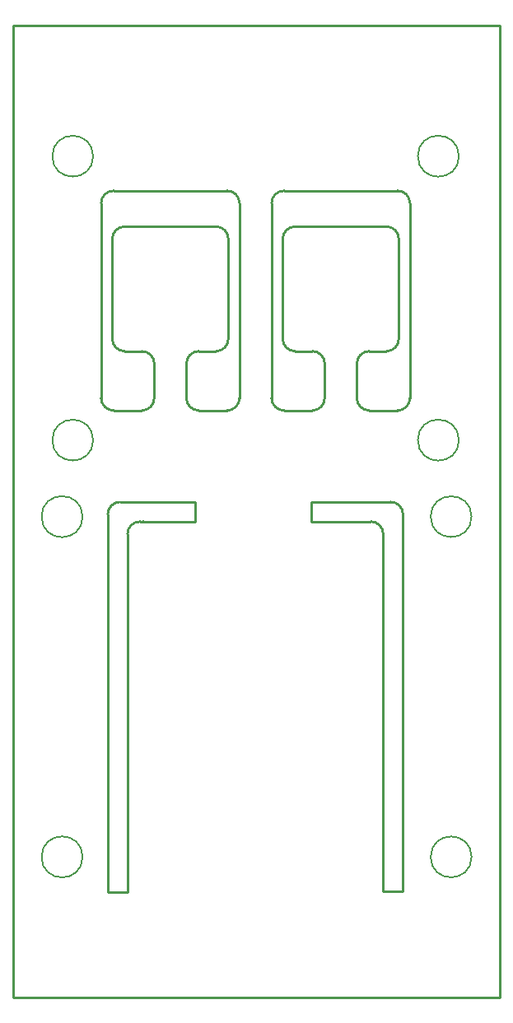
<source format=gko>
G04*
G04 #@! TF.GenerationSoftware,Altium Limited,Altium Designer,21.8.1 (53)*
G04*
G04 Layer_Color=16711935*
%FSLAX24Y24*%
%MOIN*%
G70*
G04*
G04 #@! TF.SameCoordinates,EDC69185-3C86-4443-AEAC-3931C59231B4*
G04*
G04*
G04 #@! TF.FilePolarity,Positive*
G04*
G01*
G75*
%ADD12C,0.0100*%
%ADD17C,0.0059*%
D12*
X-13218Y11730D02*
G03*
X-13719Y11230I0J-500D01*
G01*
X-9018D02*
G03*
X-9518Y11730I-500J0D01*
G01*
X-6319D02*
G03*
X-6819Y11230I0J-500D01*
G01*
X-2119D02*
G03*
X-2618Y11730I-500J0D01*
G01*
X-2749Y-15190D02*
G03*
X-2738Y-15201I11J0D01*
G01*
X-1949Y76D02*
G03*
X-2449Y576I-500J0D01*
G01*
X-13399D02*
G03*
X-13899Y76I0J-500D01*
G01*
X-9068Y4280D02*
G03*
X-8569Y4780I0J500D01*
G01*
X-10718D02*
G03*
X-10218Y4280I500J0D01*
G01*
Y6680D02*
G03*
X-10718Y6180I0J-500D01*
G01*
X-9518Y6680D02*
G03*
X-9018Y7180I0J500D01*
G01*
X-13719D02*
G03*
X-13218Y6680I500J0D01*
G01*
X-12019Y6180D02*
G03*
X-12519Y6680I-500J0D01*
G01*
Y4280D02*
G03*
X-12019Y4780I0J500D01*
G01*
X-14168D02*
G03*
X-13669Y4280I500J0D01*
G01*
Y13180D02*
G03*
X-14168Y12680I0J-500D01*
G01*
X-8569D02*
G03*
X-9068Y13180I-500J0D01*
G01*
X-2168Y4280D02*
G03*
X-1669Y4780I0J500D01*
G01*
X-3819D02*
G03*
X-3318Y4280I500J0D01*
G01*
Y6680D02*
G03*
X-3819Y6180I0J-500D01*
G01*
X-2618Y6680D02*
G03*
X-2119Y7180I0J500D01*
G01*
X-6819D02*
G03*
X-6319Y6680I500J0D01*
G01*
X-5118Y6180D02*
G03*
X-5619Y6680I-500J0D01*
G01*
Y4280D02*
G03*
X-5118Y4780I0J500D01*
G01*
X-7268D02*
G03*
X-6769Y4280I500J0D01*
G01*
Y13180D02*
G03*
X-7268Y12680I0J-500D01*
G01*
X-1669D02*
G03*
X-2168Y13180I-500J0D01*
G01*
X-2749Y-720D02*
G03*
X-3249Y-220I-500J0D01*
G01*
X-12599D02*
G03*
X-13099Y-720I0J-500D01*
G01*
X-12469Y-220D02*
G03*
X-12465Y-224I4J0D01*
G01*
X-10372D02*
G03*
X-10368Y-220I0J4D01*
G01*
X-6819Y7180D02*
Y10680D01*
Y11230D01*
X-13719Y9880D02*
Y11230D01*
X-9018Y10080D02*
Y11230D01*
X-2738Y-15201D02*
X-1949D01*
X-5669Y180D02*
Y576D01*
X-3672D02*
X-2449D01*
X-1949Y-420D02*
Y76D01*
X-13899Y-15224D02*
X-13499D01*
X-13899Y-774D02*
Y76D01*
X-13399Y576D02*
X-12849D01*
X-10368Y176D02*
Y576D01*
X-8569Y4780D02*
Y9830D01*
X-10218Y4280D02*
X-9068D01*
X-10718Y4780D02*
Y6180D01*
X-10218Y6680D02*
X-9518D01*
X-9018Y7180D02*
Y10080D01*
X-13218Y11730D02*
X-9518D01*
X-13719Y7180D02*
Y9880D01*
X-13218Y6680D02*
X-12519D01*
X-12019Y4780D02*
Y6180D01*
X-13669Y4280D02*
X-12519D01*
X-14168Y4780D02*
Y12680D01*
X-13669Y13180D02*
X-9068D01*
X-8569Y9830D02*
Y12680D01*
X-1669Y4780D02*
Y10330D01*
X-3318Y4280D02*
X-2168D01*
X-3819Y4780D02*
Y6180D01*
X-3318Y6680D02*
X-2618D01*
X-2119Y7180D02*
Y11230D01*
X-6319Y11730D02*
X-2618D01*
X-6319Y6680D02*
X-5619D01*
X-5118Y4780D02*
Y6180D01*
X-6769Y4280D02*
X-5619D01*
X-7268Y4780D02*
Y12680D01*
X-6769Y13180D02*
X-2168D01*
X-1669Y10330D02*
Y12680D01*
X-2749Y-15190D02*
Y-720D01*
X-5669Y-220D02*
X-3249D01*
X-5669D02*
Y180D01*
Y576D02*
X-3672D01*
X-1949Y-15201D02*
Y-420D01*
X-13499Y-15224D02*
X-13099D01*
Y-720D01*
X-12599Y-220D02*
X-12469D01*
X-12465Y-224D02*
X-10372D01*
X-10368Y-220D02*
Y176D01*
X-12849Y576D02*
X-10368D01*
X-13899Y-15224D02*
Y-774D01*
X1967Y-19491D02*
Y19880D01*
X-17718Y-19491D02*
X1967D01*
X-17718D02*
Y-11220D01*
Y19380D02*
Y19880D01*
X-17569D01*
X-17718Y-11220D02*
Y19380D01*
X-17569Y19880D02*
X1967D01*
D17*
X825Y-13800D02*
G03*
X825Y-13800I-827J0D01*
G01*
X-14919D02*
G03*
X-14919Y-13800I-831J0D01*
G01*
X825Y-20D02*
G03*
X825Y-20I-827J0D01*
G01*
X-14919D02*
G03*
X-14919Y-20I-831J0D01*
G01*
X-14492Y3080D02*
G03*
X-14492Y3080I-827J0D01*
G01*
X312D02*
G03*
X312Y3080I-831J0D01*
G01*
Y14580D02*
G03*
X312Y14580I-831J0D01*
G01*
X-14492D02*
G03*
X-14492Y14580I-827J0D01*
G01*
M02*

</source>
